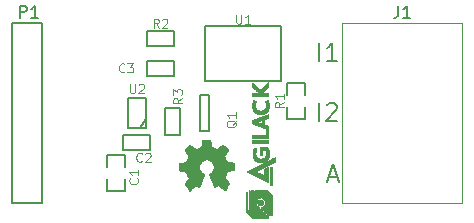
<source format=gbr>
G04 #@! TF.GenerationSoftware,KiCad,Pcbnew,5.0.2*
G04 #@! TF.CreationDate,2020-09-01T14:55:28+02:00*
G04 #@! TF.ProjectId,pmod-linky_tic,706d6f64-2d6c-4696-9e6b-795f7469632e,1*
G04 #@! TF.SameCoordinates,Original*
G04 #@! TF.FileFunction,Legend,Top*
G04 #@! TF.FilePolarity,Positive*
%FSLAX46Y46*%
G04 Gerber Fmt 4.6, Leading zero omitted, Abs format (unit mm)*
G04 Created by KiCad (PCBNEW 5.0.2) date mar. 01 sept. 2020 14:55:28 CEST*
%MOMM*%
%LPD*%
G01*
G04 APERTURE LIST*
%ADD10C,0.203200*%
%ADD11C,0.101600*%
%ADD12C,0.150000*%
%ADD13C,0.127000*%
%ADD14C,0.027940*%
%ADD15C,0.152400*%
%ADD16C,0.076200*%
G04 APERTURE END LIST*
D10*
X156257920Y-110430000D02*
X156972205Y-110430000D01*
X156115062Y-110858571D02*
X156615062Y-109358571D01*
X157115062Y-110858571D01*
X155472205Y-105678571D02*
X155472205Y-104178571D01*
X156115062Y-104321428D02*
X156186491Y-104250000D01*
X156329348Y-104178571D01*
X156686491Y-104178571D01*
X156829348Y-104250000D01*
X156900777Y-104321428D01*
X156972205Y-104464285D01*
X156972205Y-104607142D01*
X156900777Y-104821428D01*
X156043634Y-105678571D01*
X156972205Y-105678571D01*
X155472205Y-100598571D02*
X155472205Y-99098571D01*
X156972205Y-100598571D02*
X156115062Y-100598571D01*
X156543634Y-100598571D02*
X156543634Y-99098571D01*
X156400777Y-99312857D01*
X156257920Y-99455714D01*
X156115062Y-99527142D01*
D11*
G04 #@! TO.C,J1*
X167550000Y-112620000D02*
X167550000Y-97380000D01*
X157390000Y-112620000D02*
X157390000Y-97380000D01*
X167550000Y-112620000D02*
X157390000Y-112620000D01*
X157390000Y-97380000D02*
X167550000Y-97380000D01*
D12*
G04 #@! TO.C,P1*
X132000000Y-112620000D02*
X132000000Y-97380000D01*
X132000000Y-97380000D02*
X129460000Y-97380000D01*
X129460000Y-97380000D02*
X129460000Y-112620000D01*
X132000000Y-112620000D02*
X129460000Y-112620000D01*
D13*
G04 #@! TO.C,R1*
X154262000Y-104508000D02*
X154262000Y-105524000D01*
X154262000Y-105524000D02*
X152738000Y-105524000D01*
X152738000Y-105524000D02*
X152738000Y-104508000D01*
X152738000Y-103492000D02*
X152738000Y-102476000D01*
X152738000Y-102476000D02*
X154262000Y-102476000D01*
X154262000Y-102476000D02*
X154262000Y-103492000D01*
D12*
G04 #@! TO.C,U1*
X152250000Y-97700000D02*
X152250000Y-102300000D01*
X145750000Y-97700000D02*
X152250000Y-97700000D01*
X145750000Y-102300000D02*
X145750000Y-97700000D01*
X152250000Y-102300000D02*
X145750000Y-102300000D01*
D13*
G04 #@! TO.C,Q1*
X146131000Y-103476000D02*
X146131000Y-106524000D01*
X146131000Y-106524000D02*
X145369000Y-106524000D01*
X145369000Y-106524000D02*
X145369000Y-103476000D01*
X145369000Y-103476000D02*
X146131000Y-103476000D01*
G04 #@! TO.C,R2*
X143143000Y-99385000D02*
X140857000Y-99385000D01*
X140857000Y-99385000D02*
X140857000Y-98115000D01*
X140857000Y-98115000D02*
X143143000Y-98115000D01*
X143143000Y-98115000D02*
X143143000Y-99385000D01*
G04 #@! TO.C,R3*
X143635000Y-106893000D02*
X142365000Y-106893000D01*
X143635000Y-104607000D02*
X143635000Y-106893000D01*
X142365000Y-104607000D02*
X143635000Y-104607000D01*
X142365000Y-106893000D02*
X142365000Y-104607000D01*
G04 #@! TO.C,U2*
X140762000Y-105508000D02*
X140254000Y-106270000D01*
X140762000Y-103730000D02*
X140762000Y-106333500D01*
X140762000Y-106333500D02*
X139238000Y-106333500D01*
X139238000Y-106333500D02*
X139238000Y-103730000D01*
X139238000Y-103730000D02*
X140762000Y-103730000D01*
G04 #@! TO.C,C1*
X139012000Y-110588000D02*
X139012000Y-111604000D01*
X139012000Y-111604000D02*
X137488000Y-111604000D01*
X137488000Y-111604000D02*
X137488000Y-110588000D01*
X137488000Y-109572000D02*
X137488000Y-108556000D01*
X137488000Y-108556000D02*
X139012000Y-108556000D01*
X139012000Y-108556000D02*
X139012000Y-109572000D01*
G04 #@! TO.C,C2*
X138857000Y-106865000D02*
X141143000Y-106865000D01*
X141143000Y-106865000D02*
X141143000Y-108135000D01*
X141143000Y-108135000D02*
X138857000Y-108135000D01*
X138857000Y-108135000D02*
X138857000Y-106865000D01*
G04 #@! TO.C,C3*
X143143000Y-100615000D02*
X143143000Y-101885000D01*
X140857000Y-100615000D02*
X143143000Y-100615000D01*
X140857000Y-101885000D02*
X140857000Y-100615000D01*
X143143000Y-101885000D02*
X140857000Y-101885000D01*
D14*
G04 #@! TO.C,agilack-11.5*
X151688720Y-109157160D02*
X151688720Y-108776160D01*
X151663320Y-109182560D02*
X151663320Y-108801560D01*
X151637920Y-109182560D02*
X151637920Y-108801560D01*
X151612520Y-109207960D02*
X151612520Y-108826960D01*
X151587120Y-109207960D02*
X151587120Y-108826960D01*
X151561720Y-109233360D02*
X151561720Y-108852360D01*
X151536320Y-109233360D02*
X151536320Y-108852360D01*
X151510920Y-109258760D02*
X151510920Y-108877760D01*
X151485520Y-109258760D02*
X151485520Y-108877760D01*
X151485520Y-111112960D02*
X151485520Y-109639760D01*
X151460120Y-109284160D02*
X151460120Y-108903160D01*
X151460120Y-111112960D02*
X151460120Y-109639760D01*
X151460120Y-113627560D02*
X151460120Y-111976560D01*
X151434720Y-109284160D02*
X151434720Y-108903160D01*
X151434720Y-111112960D02*
X151434720Y-109639760D01*
X151434720Y-113627560D02*
X151434720Y-111951160D01*
X151409320Y-109309560D02*
X151409320Y-108928560D01*
X151409320Y-111112960D02*
X151409320Y-109639760D01*
X151409320Y-113627560D02*
X151409320Y-111925760D01*
X151383920Y-109309560D02*
X151383920Y-108928560D01*
X151383920Y-111112960D02*
X151383920Y-109639760D01*
X151383920Y-113576760D02*
X151383920Y-111900360D01*
X151358520Y-109334960D02*
X151358520Y-108953960D01*
X151358520Y-111112960D02*
X151358520Y-109639760D01*
X151358520Y-113551360D02*
X151358520Y-111874960D01*
X151333120Y-109334960D02*
X151333120Y-108979360D01*
X151333120Y-111112960D02*
X151333120Y-109639760D01*
X151333120Y-113525960D02*
X151333120Y-111849560D01*
X151307720Y-109360360D02*
X151307720Y-108979360D01*
X151307720Y-111112960D02*
X151307720Y-109639760D01*
X151307720Y-113500560D02*
X151307720Y-111824160D01*
X151282320Y-109360360D02*
X151282320Y-109004760D01*
X151282320Y-111112960D02*
X151282320Y-109639760D01*
X151282320Y-113475160D02*
X151282320Y-111798760D01*
X151256920Y-109385760D02*
X151256920Y-109004760D01*
X151256920Y-111112960D02*
X151256920Y-109639760D01*
X151256920Y-113449760D02*
X151256920Y-111773360D01*
X151256920Y-113627560D02*
X151256920Y-113602160D01*
X151231520Y-109385760D02*
X151231520Y-109030160D01*
X151231520Y-113424360D02*
X151231520Y-111747960D01*
X151231520Y-113627560D02*
X151231520Y-113576760D01*
X151206120Y-108674560D02*
X151206120Y-108242760D01*
X151206120Y-109411160D02*
X151206120Y-109030160D01*
X151206120Y-113398960D02*
X151206120Y-111722560D01*
X151206120Y-113627560D02*
X151206120Y-113551360D01*
X151180720Y-104610560D02*
X151180720Y-104178760D01*
X151180720Y-108750760D02*
X151180720Y-108166560D01*
X151180720Y-109411160D02*
X151180720Y-109055560D01*
X151180720Y-113373560D02*
X151180720Y-111697160D01*
X151180720Y-113627560D02*
X151180720Y-113525960D01*
X151155320Y-102781760D02*
X151155320Y-102426160D01*
X151155320Y-103594560D02*
X151155320Y-103340560D01*
X151155320Y-104686760D02*
X151155320Y-104077160D01*
X151155320Y-105397960D02*
X151155320Y-105118560D01*
X151155320Y-107175960D02*
X151155320Y-106134560D01*
X151155320Y-107607760D02*
X151155320Y-107353760D01*
X151155320Y-108826960D02*
X151155320Y-108090360D01*
X151155320Y-109436560D02*
X151155320Y-109055560D01*
X151155320Y-113348160D02*
X151155320Y-111671760D01*
X151155320Y-113627560D02*
X151155320Y-113500560D01*
X151129920Y-102807160D02*
X151129920Y-102451560D01*
X151129920Y-103594560D02*
X151129920Y-103340560D01*
X151129920Y-104762960D02*
X151129920Y-104000960D01*
X151129920Y-105423360D02*
X151129920Y-105143960D01*
X151129920Y-107175960D02*
X151129920Y-106134560D01*
X151129920Y-107607760D02*
X151129920Y-107353760D01*
X151129920Y-108877760D02*
X151129920Y-108039560D01*
X151129920Y-109436560D02*
X151129920Y-109080960D01*
X151129920Y-113322760D02*
X151129920Y-111646360D01*
X151129920Y-113627560D02*
X151129920Y-113475160D01*
X151129920Y-113881560D02*
X151129920Y-113805360D01*
X151104520Y-102832560D02*
X151104520Y-102476960D01*
X151104520Y-103594560D02*
X151104520Y-103340560D01*
X151104520Y-104788360D02*
X151104520Y-103924760D01*
X151104520Y-105423360D02*
X151104520Y-105143960D01*
X151104520Y-107175960D02*
X151104520Y-106109160D01*
X151104520Y-107607760D02*
X151104520Y-107353760D01*
X151104520Y-108903160D02*
X151104520Y-108014160D01*
X151104520Y-109461960D02*
X151104520Y-109080960D01*
X151104520Y-113297360D02*
X151104520Y-111620960D01*
X151104520Y-113627560D02*
X151104520Y-113449760D01*
X151104520Y-113881560D02*
X151104520Y-113779960D01*
X151079120Y-102857960D02*
X151079120Y-102502360D01*
X151079120Y-103594560D02*
X151079120Y-103340560D01*
X151079120Y-104839160D02*
X151079120Y-103924760D01*
X151079120Y-105448760D02*
X151079120Y-105143960D01*
X151079120Y-107175960D02*
X151079120Y-106109160D01*
X151079120Y-107607760D02*
X151079120Y-107353760D01*
X151079120Y-108928560D02*
X151079120Y-107963360D01*
X151079120Y-109461960D02*
X151079120Y-109106360D01*
X151079120Y-110833560D02*
X151079120Y-109639760D01*
X151079120Y-113271960D02*
X151079120Y-111595560D01*
X151079120Y-113627560D02*
X151079120Y-113424360D01*
X151079120Y-113881560D02*
X151079120Y-113754560D01*
X151053720Y-102883360D02*
X151053720Y-102527760D01*
X151053720Y-103594560D02*
X151053720Y-103340560D01*
X151053720Y-104864560D02*
X151053720Y-103950160D01*
X151053720Y-105448760D02*
X151053720Y-105169360D01*
X151053720Y-107175960D02*
X151053720Y-106109160D01*
X151053720Y-107607760D02*
X151053720Y-107353760D01*
X151053720Y-108979360D02*
X151053720Y-107937960D01*
X151053720Y-109487360D02*
X151053720Y-109106360D01*
X151053720Y-110833560D02*
X151053720Y-109639760D01*
X151053720Y-113246560D02*
X151053720Y-111570160D01*
X151053720Y-113576760D02*
X151053720Y-113398960D01*
X151053720Y-113881560D02*
X151053720Y-113729160D01*
X151028320Y-102908760D02*
X151028320Y-102527760D01*
X151028320Y-103594560D02*
X151028320Y-103340560D01*
X151028320Y-104915360D02*
X151028320Y-103950160D01*
X151028320Y-105448760D02*
X151028320Y-105169360D01*
X151028320Y-107175960D02*
X151028320Y-106083760D01*
X151028320Y-107607760D02*
X151028320Y-107353760D01*
X151028320Y-108979360D02*
X151028320Y-107912560D01*
X151028320Y-109487360D02*
X151028320Y-109131760D01*
X151028320Y-110833560D02*
X151028320Y-109639760D01*
X151028320Y-113221160D02*
X151028320Y-111570160D01*
X151028320Y-113551360D02*
X151028320Y-113373560D01*
X151028320Y-113881560D02*
X151028320Y-113703760D01*
X151002920Y-102908760D02*
X151002920Y-102553160D01*
X151002920Y-103594560D02*
X151002920Y-103340560D01*
X151002920Y-104940760D02*
X151002920Y-103950160D01*
X151002920Y-105474160D02*
X151002920Y-105169360D01*
X151002920Y-107175960D02*
X151002920Y-106083760D01*
X151002920Y-107607760D02*
X151002920Y-107353760D01*
X151002920Y-109004760D02*
X151002920Y-107912560D01*
X151002920Y-109512760D02*
X151002920Y-109131760D01*
X151002920Y-110808160D02*
X151002920Y-109665160D01*
X151002920Y-113195760D02*
X151002920Y-111570160D01*
X151002920Y-113525960D02*
X151002920Y-113348160D01*
X151002920Y-113881560D02*
X151002920Y-113703760D01*
X150977520Y-102934160D02*
X150977520Y-102578560D01*
X150977520Y-103594560D02*
X150977520Y-103340560D01*
X150977520Y-104966160D02*
X150977520Y-103975560D01*
X150977520Y-105474160D02*
X150977520Y-105194760D01*
X150977520Y-107175960D02*
X150977520Y-106083760D01*
X150977520Y-107607760D02*
X150977520Y-107353760D01*
X150977520Y-109030160D02*
X150977520Y-107912560D01*
X150977520Y-109512760D02*
X150977520Y-109157160D01*
X150977520Y-110808160D02*
X150977520Y-109665160D01*
X150977520Y-113170360D02*
X150977520Y-111570160D01*
X150977520Y-113500560D02*
X150977520Y-113322760D01*
X150977520Y-113881560D02*
X150977520Y-113703760D01*
X150952120Y-102959560D02*
X150952120Y-102603960D01*
X150952120Y-103594560D02*
X150952120Y-103340560D01*
X150952120Y-104966160D02*
X150952120Y-103975560D01*
X150952120Y-105499560D02*
X150952120Y-105194760D01*
X150952120Y-107175960D02*
X150952120Y-106058360D01*
X150952120Y-107607760D02*
X150952120Y-107353760D01*
X150952120Y-108293560D02*
X150952120Y-107912560D01*
X150952120Y-109055560D02*
X150952120Y-108572960D01*
X150952120Y-109538160D02*
X150952120Y-109157160D01*
X150952120Y-110782760D02*
X150952120Y-109690560D01*
X150952120Y-113144960D02*
X150952120Y-111570160D01*
X150952120Y-113475160D02*
X150952120Y-113297360D01*
X150952120Y-113881560D02*
X150952120Y-113703760D01*
X150926720Y-102984960D02*
X150926720Y-102629360D01*
X150926720Y-103594560D02*
X150926720Y-103340560D01*
X150926720Y-104178760D02*
X150926720Y-104000960D01*
X150926720Y-104991560D02*
X150926720Y-104508960D01*
X150926720Y-105499560D02*
X150926720Y-105194760D01*
X150926720Y-106337760D02*
X150926720Y-106058360D01*
X150926720Y-107175960D02*
X150926720Y-106921960D01*
X150926720Y-107607760D02*
X150926720Y-107353760D01*
X150926720Y-108217360D02*
X150926720Y-107912560D01*
X150926720Y-109080960D02*
X150926720Y-108649160D01*
X150926720Y-109538160D02*
X150926720Y-109182560D01*
X150926720Y-110782760D02*
X150926720Y-109690560D01*
X150926720Y-113119560D02*
X150926720Y-111570160D01*
X150926720Y-113449760D02*
X150926720Y-113271960D01*
X150926720Y-113881560D02*
X150926720Y-113703760D01*
X150901320Y-103010360D02*
X150901320Y-102654760D01*
X150901320Y-103594560D02*
X150901320Y-103340560D01*
X150901320Y-104102560D02*
X150901320Y-104000960D01*
X150901320Y-105016960D02*
X150901320Y-104585160D01*
X150901320Y-105499560D02*
X150901320Y-105220160D01*
X150901320Y-106312360D02*
X150901320Y-106032960D01*
X150901320Y-107175960D02*
X150901320Y-106921960D01*
X150901320Y-107607760D02*
X150901320Y-107353760D01*
X150901320Y-108191960D02*
X150901320Y-107912560D01*
X150901320Y-109080960D02*
X150901320Y-108699960D01*
X150901320Y-109563560D02*
X150901320Y-109182560D01*
X150901320Y-110757360D02*
X150901320Y-109715960D01*
X150901320Y-113094160D02*
X150901320Y-111570160D01*
X150901320Y-113424360D02*
X150901320Y-113246560D01*
X150901320Y-113627560D02*
X150901320Y-113576760D01*
X150901320Y-113881560D02*
X150901320Y-113703760D01*
X150875920Y-103035760D02*
X150875920Y-102680160D01*
X150875920Y-103594560D02*
X150875920Y-103340560D01*
X150875920Y-105016960D02*
X150875920Y-104635960D01*
X150875920Y-105524960D02*
X150875920Y-105220160D01*
X150875920Y-106312360D02*
X150875920Y-106032960D01*
X150875920Y-107175960D02*
X150875920Y-106921960D01*
X150875920Y-107607760D02*
X150875920Y-107353760D01*
X150875920Y-108166560D02*
X150875920Y-107912560D01*
X150875920Y-109106360D02*
X150875920Y-108725360D01*
X150875920Y-109563560D02*
X150875920Y-109207960D01*
X150875920Y-110757360D02*
X150875920Y-109715960D01*
X150875920Y-113068760D02*
X150875920Y-111570160D01*
X150875920Y-113398960D02*
X150875920Y-113221160D01*
X150875920Y-113627560D02*
X150875920Y-113551360D01*
X150875920Y-113881560D02*
X150875920Y-113703760D01*
X150850520Y-103061160D02*
X150850520Y-102705560D01*
X150850520Y-103594560D02*
X150850520Y-103340560D01*
X150850520Y-105042360D02*
X150850520Y-104661360D01*
X150850520Y-105524960D02*
X150850520Y-105245560D01*
X150850520Y-106312360D02*
X150850520Y-106032960D01*
X150850520Y-107175960D02*
X150850520Y-106921960D01*
X150850520Y-107607760D02*
X150850520Y-107353760D01*
X150850520Y-108166560D02*
X150850520Y-107912560D01*
X150850520Y-109106360D02*
X150850520Y-108750760D01*
X150850520Y-109588960D02*
X150850520Y-109207960D01*
X150850520Y-110731960D02*
X150850520Y-109741360D01*
X150850520Y-112560760D02*
X150850520Y-111570160D01*
X150850520Y-113043360D02*
X150850520Y-112662360D01*
X150850520Y-113373560D02*
X150850520Y-113195760D01*
X150850520Y-113627560D02*
X150850520Y-113525960D01*
X150850520Y-113881560D02*
X150850520Y-113703760D01*
X150825120Y-103086560D02*
X150825120Y-102730960D01*
X150825120Y-103594560D02*
X150825120Y-103340560D01*
X150825120Y-105067760D02*
X150825120Y-104686760D01*
X150825120Y-105524960D02*
X150825120Y-105245560D01*
X150825120Y-106286960D02*
X150825120Y-106007560D01*
X150825120Y-107175960D02*
X150825120Y-106921960D01*
X150825120Y-107607760D02*
X150825120Y-107353760D01*
X150825120Y-108166560D02*
X150825120Y-107912560D01*
X150825120Y-109131760D02*
X150825120Y-108776160D01*
X150825120Y-109588960D02*
X150825120Y-109233360D01*
X150825120Y-110731960D02*
X150825120Y-109741360D01*
X150825120Y-112459160D02*
X150825120Y-111570160D01*
X150825120Y-113017960D02*
X150825120Y-112738560D01*
X150825120Y-113348160D02*
X150825120Y-113170360D01*
X150825120Y-113627560D02*
X150825120Y-113500560D01*
X150825120Y-113881560D02*
X150825120Y-113703760D01*
X150799720Y-103086560D02*
X150799720Y-102756360D01*
X150799720Y-103594560D02*
X150799720Y-103340560D01*
X150799720Y-105067760D02*
X150799720Y-104712160D01*
X150799720Y-106286960D02*
X150799720Y-105245560D01*
X150799720Y-107175960D02*
X150799720Y-106921960D01*
X150799720Y-107607760D02*
X150799720Y-107353760D01*
X150799720Y-108166560D02*
X150799720Y-107912560D01*
X150799720Y-109131760D02*
X150799720Y-108801560D01*
X150799720Y-109614360D02*
X150799720Y-109233360D01*
X150799720Y-110706560D02*
X150799720Y-109766760D01*
X150799720Y-112408360D02*
X150799720Y-111570160D01*
X150799720Y-112992560D02*
X150799720Y-112814760D01*
X150799720Y-113322760D02*
X150799720Y-113144960D01*
X150799720Y-113627560D02*
X150799720Y-113475160D01*
X150799720Y-113881560D02*
X150799720Y-113703760D01*
X150774320Y-103111960D02*
X150774320Y-102756360D01*
X150774320Y-103594560D02*
X150774320Y-103340560D01*
X150774320Y-105067760D02*
X150774320Y-104737560D01*
X150774320Y-106261560D02*
X150774320Y-105270960D01*
X150774320Y-107175960D02*
X150774320Y-106921960D01*
X150774320Y-107607760D02*
X150774320Y-107353760D01*
X150774320Y-108166560D02*
X150774320Y-107912560D01*
X150774320Y-109157160D02*
X150774320Y-108826960D01*
X150774320Y-109614360D02*
X150774320Y-109258760D01*
X150774320Y-110706560D02*
X150774320Y-109766760D01*
X150774320Y-112382960D02*
X150774320Y-111570160D01*
X150774320Y-112967160D02*
X150774320Y-112840160D01*
X150774320Y-113297360D02*
X150774320Y-113119560D01*
X150774320Y-113627560D02*
X150774320Y-113449760D01*
X150774320Y-113881560D02*
X150774320Y-113703760D01*
X150748920Y-103137360D02*
X150748920Y-102781760D01*
X150748920Y-103594560D02*
X150748920Y-103340560D01*
X150748920Y-105093160D02*
X150748920Y-104762960D01*
X150748920Y-106261560D02*
X150748920Y-105270960D01*
X150748920Y-107175960D02*
X150748920Y-106921960D01*
X150748920Y-107607760D02*
X150748920Y-107353760D01*
X150748920Y-108166560D02*
X150748920Y-107912560D01*
X150748920Y-109157160D02*
X150748920Y-108826960D01*
X150748920Y-109639760D02*
X150748920Y-109258760D01*
X150748920Y-110681160D02*
X150748920Y-110300160D01*
X150748920Y-112332160D02*
X150748920Y-111570160D01*
X150748920Y-112941760D02*
X150748920Y-112865560D01*
X150748920Y-113271960D02*
X150748920Y-113094160D01*
X150748920Y-113627560D02*
X150748920Y-113424360D01*
X150748920Y-113881560D02*
X150748920Y-113703760D01*
X150723520Y-103162760D02*
X150723520Y-102807160D01*
X150723520Y-103594560D02*
X150723520Y-103340560D01*
X150723520Y-105093160D02*
X150723520Y-104788360D01*
X150723520Y-106261560D02*
X150723520Y-105270960D01*
X150723520Y-107175960D02*
X150723520Y-106921960D01*
X150723520Y-107607760D02*
X150723520Y-107353760D01*
X150723520Y-108166560D02*
X150723520Y-107912560D01*
X150723520Y-109157160D02*
X150723520Y-108852360D01*
X150723520Y-109639760D02*
X150723520Y-109284160D01*
X150723520Y-110681160D02*
X150723520Y-110300160D01*
X150723520Y-112306760D02*
X150723520Y-111570160D01*
X150723520Y-112636960D02*
X150723520Y-112586160D01*
X150723520Y-112916360D02*
X150723520Y-112890960D01*
X150723520Y-113246560D02*
X150723520Y-113068760D01*
X150723520Y-113627560D02*
X150723520Y-113398960D01*
X150723520Y-113881560D02*
X150723520Y-113703760D01*
X150698120Y-103188160D02*
X150698120Y-102832560D01*
X150698120Y-103594560D02*
X150698120Y-103340560D01*
X150698120Y-105093160D02*
X150698120Y-104788360D01*
X150698120Y-106236160D02*
X150698120Y-105296360D01*
X150698120Y-107175960D02*
X150698120Y-106921960D01*
X150698120Y-107607760D02*
X150698120Y-107353760D01*
X150698120Y-108166560D02*
X150698120Y-107912560D01*
X150698120Y-109157160D02*
X150698120Y-108877760D01*
X150698120Y-109665160D02*
X150698120Y-109284160D01*
X150698120Y-110655760D02*
X150698120Y-110274760D01*
X150698120Y-112306760D02*
X150698120Y-111570160D01*
X150698120Y-112713160D02*
X150698120Y-112484560D01*
X150698120Y-113221160D02*
X150698120Y-113043360D01*
X150698120Y-113627560D02*
X150698120Y-113398960D01*
X150698120Y-113881560D02*
X150698120Y-113703760D01*
X150672720Y-103213560D02*
X150672720Y-102857960D01*
X150672720Y-103594560D02*
X150672720Y-103340560D01*
X150672720Y-105118560D02*
X150672720Y-104813760D01*
X150672720Y-106236160D02*
X150672720Y-105296360D01*
X150672720Y-107175960D02*
X150672720Y-106921960D01*
X150672720Y-107607760D02*
X150672720Y-107353760D01*
X150672720Y-108166560D02*
X150672720Y-107912560D01*
X150672720Y-109182560D02*
X150672720Y-108877760D01*
X150672720Y-109665160D02*
X150672720Y-109309560D01*
X150672720Y-110655760D02*
X150672720Y-110274760D01*
X150672720Y-112281360D02*
X150672720Y-111570160D01*
X150672720Y-112763960D02*
X150672720Y-112459160D01*
X150672720Y-113195760D02*
X150672720Y-113017960D01*
X150672720Y-113627560D02*
X150672720Y-113373560D01*
X150672720Y-113881560D02*
X150672720Y-113703760D01*
X150647320Y-103238960D02*
X150647320Y-102883360D01*
X150647320Y-103594560D02*
X150647320Y-103340560D01*
X150647320Y-105118560D02*
X150647320Y-104813760D01*
X150647320Y-106236160D02*
X150647320Y-105321760D01*
X150647320Y-107175960D02*
X150647320Y-106921960D01*
X150647320Y-107607760D02*
X150647320Y-107353760D01*
X150647320Y-108166560D02*
X150647320Y-107912560D01*
X150647320Y-109182560D02*
X150647320Y-108877760D01*
X150647320Y-109690560D02*
X150647320Y-109309560D01*
X150647320Y-110630360D02*
X150647320Y-110249360D01*
X150647320Y-112255960D02*
X150647320Y-111570160D01*
X150647320Y-112789360D02*
X150647320Y-112408360D01*
X150647320Y-113170360D02*
X150647320Y-112992560D01*
X150647320Y-113627560D02*
X150647320Y-113348160D01*
X150647320Y-113881560D02*
X150647320Y-113703760D01*
X150621920Y-103238960D02*
X150621920Y-102908760D01*
X150621920Y-103594560D02*
X150621920Y-103340560D01*
X150621920Y-105118560D02*
X150621920Y-104813760D01*
X150621920Y-106210760D02*
X150621920Y-105321760D01*
X150621920Y-107175960D02*
X150621920Y-106921960D01*
X150621920Y-107607760D02*
X150621920Y-107353760D01*
X150621920Y-108547560D02*
X150621920Y-107912560D01*
X150621920Y-109182560D02*
X150621920Y-108903160D01*
X150621920Y-109690560D02*
X150621920Y-109334960D01*
X150621920Y-110630360D02*
X150621920Y-110249360D01*
X150621920Y-112230560D02*
X150621920Y-111570160D01*
X150621920Y-112814760D02*
X150621920Y-112408360D01*
X150621920Y-113144960D02*
X150621920Y-112992560D01*
X150621920Y-113627560D02*
X150621920Y-113322760D01*
X150621920Y-113881560D02*
X150621920Y-113703760D01*
X150596520Y-103264360D02*
X150596520Y-102934160D01*
X150596520Y-103594560D02*
X150596520Y-103340560D01*
X150596520Y-105118560D02*
X150596520Y-104839160D01*
X150596520Y-106210760D02*
X150596520Y-105321760D01*
X150596520Y-107175960D02*
X150596520Y-106921960D01*
X150596520Y-107607760D02*
X150596520Y-107353760D01*
X150596520Y-108547560D02*
X150596520Y-107912560D01*
X150596520Y-109182560D02*
X150596520Y-108903160D01*
X150596520Y-109715960D02*
X150596520Y-109334960D01*
X150596520Y-110604960D02*
X150596520Y-110223960D01*
X150596520Y-112205160D02*
X150596520Y-111570160D01*
X150596520Y-112814760D02*
X150596520Y-112382960D01*
X150596520Y-113119560D02*
X150596520Y-112992560D01*
X150596520Y-113627560D02*
X150596520Y-113297360D01*
X150596520Y-113881560D02*
X150596520Y-113703760D01*
X150571120Y-103289760D02*
X150571120Y-102959560D01*
X150571120Y-103594560D02*
X150571120Y-103340560D01*
X150571120Y-105118560D02*
X150571120Y-104839160D01*
X150571120Y-105626560D02*
X150571120Y-105347160D01*
X150571120Y-106210760D02*
X150571120Y-105931360D01*
X150571120Y-107175960D02*
X150571120Y-106921960D01*
X150571120Y-107607760D02*
X150571120Y-107353760D01*
X150571120Y-108547560D02*
X150571120Y-107912560D01*
X150571120Y-109182560D02*
X150571120Y-108903160D01*
X150571120Y-109715960D02*
X150571120Y-109360360D01*
X150571120Y-110604960D02*
X150571120Y-110223960D01*
X150571120Y-112179760D02*
X150571120Y-111570160D01*
X150571120Y-112840160D02*
X150571120Y-112382960D01*
X150571120Y-113094160D02*
X150571120Y-112992560D01*
X150571120Y-113627560D02*
X150571120Y-113271960D01*
X150571120Y-113881560D02*
X150571120Y-113703760D01*
X150545720Y-103315160D02*
X150545720Y-102984960D01*
X150545720Y-103594560D02*
X150545720Y-103340560D01*
X150545720Y-105118560D02*
X150545720Y-104839160D01*
X150545720Y-105626560D02*
X150545720Y-105347160D01*
X150545720Y-106185360D02*
X150545720Y-105931360D01*
X150545720Y-107175960D02*
X150545720Y-106921960D01*
X150545720Y-107607760D02*
X150545720Y-107353760D01*
X150545720Y-108547560D02*
X150545720Y-107912560D01*
X150545720Y-109182560D02*
X150545720Y-108903160D01*
X150545720Y-109741360D02*
X150545720Y-109360360D01*
X150545720Y-110579560D02*
X150545720Y-110198560D01*
X150545720Y-112154360D02*
X150545720Y-111570160D01*
X150545720Y-112840160D02*
X150545720Y-112357560D01*
X150545720Y-113068760D02*
X150545720Y-112992560D01*
X150545720Y-113627560D02*
X150545720Y-113246560D01*
X150545720Y-113881560D02*
X150545720Y-113703760D01*
X150520320Y-103594560D02*
X150520320Y-102984960D01*
X150520320Y-105118560D02*
X150520320Y-104839160D01*
X150520320Y-105626560D02*
X150520320Y-105347160D01*
X150520320Y-106185360D02*
X150520320Y-105905960D01*
X150520320Y-107175960D02*
X150520320Y-106921960D01*
X150520320Y-107607760D02*
X150520320Y-107353760D01*
X150520320Y-108547560D02*
X150520320Y-107912560D01*
X150520320Y-109182560D02*
X150520320Y-108903160D01*
X150520320Y-109741360D02*
X150520320Y-109385760D01*
X150520320Y-110579560D02*
X150520320Y-110198560D01*
X150520320Y-112128960D02*
X150520320Y-111570160D01*
X150520320Y-112840160D02*
X150520320Y-112357560D01*
X150520320Y-113043360D02*
X150520320Y-112992560D01*
X150520320Y-113627560D02*
X150520320Y-113221160D01*
X150520320Y-113881560D02*
X150520320Y-113703760D01*
X150494920Y-103594560D02*
X150494920Y-103010360D01*
X150494920Y-105118560D02*
X150494920Y-104839160D01*
X150494920Y-105651960D02*
X150494920Y-105372560D01*
X150494920Y-106159960D02*
X150494920Y-105905960D01*
X150494920Y-107175960D02*
X150494920Y-106921960D01*
X150494920Y-107607760D02*
X150494920Y-107353760D01*
X150494920Y-108547560D02*
X150494920Y-107912560D01*
X150494920Y-109182560D02*
X150494920Y-108903160D01*
X150494920Y-109766760D02*
X150494920Y-109385760D01*
X150494920Y-110554160D02*
X150494920Y-110198560D01*
X150494920Y-112103560D02*
X150494920Y-111570160D01*
X150494920Y-112840160D02*
X150494920Y-112357560D01*
X150494920Y-113017960D02*
X150494920Y-112992560D01*
X150494920Y-113627560D02*
X150494920Y-113195760D01*
X150494920Y-113881560D02*
X150494920Y-113703760D01*
X150469520Y-103594560D02*
X150469520Y-103035760D01*
X150469520Y-105118560D02*
X150469520Y-104839160D01*
X150469520Y-105651960D02*
X150469520Y-105372560D01*
X150469520Y-106159960D02*
X150469520Y-105905960D01*
X150469520Y-107175960D02*
X150469520Y-106921960D01*
X150469520Y-107607760D02*
X150469520Y-107353760D01*
X150469520Y-108547560D02*
X150469520Y-107912560D01*
X150469520Y-109182560D02*
X150469520Y-108903160D01*
X150469520Y-109766760D02*
X150469520Y-109411160D01*
X150469520Y-110554160D02*
X150469520Y-110173160D01*
X150469520Y-112078160D02*
X150469520Y-111570160D01*
X150469520Y-112840160D02*
X150469520Y-112357560D01*
X150469520Y-113627560D02*
X150469520Y-113170360D01*
X150469520Y-113881560D02*
X150469520Y-113703760D01*
X150444120Y-103594560D02*
X150444120Y-103061160D01*
X150444120Y-105118560D02*
X150444120Y-104839160D01*
X150444120Y-105651960D02*
X150444120Y-105372560D01*
X150444120Y-106159960D02*
X150444120Y-105880560D01*
X150444120Y-107175960D02*
X150444120Y-106921960D01*
X150444120Y-107607760D02*
X150444120Y-107353760D01*
X150444120Y-108547560D02*
X150444120Y-107912560D01*
X150444120Y-109182560D02*
X150444120Y-108903160D01*
X150444120Y-109792160D02*
X150444120Y-109411160D01*
X150444120Y-110528760D02*
X150444120Y-110173160D01*
X150444120Y-112052760D02*
X150444120Y-111570160D01*
X150444120Y-112840160D02*
X150444120Y-112357560D01*
X150444120Y-113627560D02*
X150444120Y-113144960D01*
X150444120Y-113881560D02*
X150444120Y-113703760D01*
X150418720Y-103594560D02*
X150418720Y-103061160D01*
X150418720Y-105118560D02*
X150418720Y-104839160D01*
X150418720Y-105677360D02*
X150418720Y-105397960D01*
X150418720Y-106134560D02*
X150418720Y-105880560D01*
X150418720Y-107175960D02*
X150418720Y-106921960D01*
X150418720Y-107607760D02*
X150418720Y-107353760D01*
X150418720Y-108547560D02*
X150418720Y-107912560D01*
X150418720Y-109182560D02*
X150418720Y-108903160D01*
X150418720Y-109792160D02*
X150418720Y-109436560D01*
X150418720Y-110528760D02*
X150418720Y-110147760D01*
X150418720Y-112027360D02*
X150418720Y-111570160D01*
X150418720Y-112205160D02*
X150418720Y-112179760D01*
X150418720Y-112840160D02*
X150418720Y-112357560D01*
X150418720Y-113627560D02*
X150418720Y-113119560D01*
X150418720Y-113881560D02*
X150418720Y-113703760D01*
X150393320Y-103594560D02*
X150393320Y-103035760D01*
X150393320Y-105118560D02*
X150393320Y-104839160D01*
X150393320Y-105677360D02*
X150393320Y-105397960D01*
X150393320Y-106134560D02*
X150393320Y-105880560D01*
X150393320Y-107175960D02*
X150393320Y-106921960D01*
X150393320Y-107607760D02*
X150393320Y-107353760D01*
X150393320Y-109182560D02*
X150393320Y-108903160D01*
X150393320Y-109817560D02*
X150393320Y-109436560D01*
X150393320Y-110503360D02*
X150393320Y-110147760D01*
X150393320Y-112001960D02*
X150393320Y-111570160D01*
X150393320Y-112205160D02*
X150393320Y-112154360D01*
X150393320Y-112840160D02*
X150393320Y-112357560D01*
X150393320Y-113627560D02*
X150393320Y-113094160D01*
X150393320Y-113881560D02*
X150393320Y-113703760D01*
X150367920Y-103315160D02*
X150367920Y-103010360D01*
X150367920Y-103594560D02*
X150367920Y-103340560D01*
X150367920Y-105118560D02*
X150367920Y-104839160D01*
X150367920Y-105677360D02*
X150367920Y-105423360D01*
X150367920Y-106134560D02*
X150367920Y-105855160D01*
X150367920Y-107175960D02*
X150367920Y-106921960D01*
X150367920Y-107607760D02*
X150367920Y-107353760D01*
X150367920Y-109182560D02*
X150367920Y-108903160D01*
X150367920Y-109817560D02*
X150367920Y-109461960D01*
X150367920Y-110503360D02*
X150367920Y-110122360D01*
X150367920Y-111976560D02*
X150367920Y-111570160D01*
X150367920Y-112205160D02*
X150367920Y-112128960D01*
X150367920Y-112840160D02*
X150367920Y-112382960D01*
X150367920Y-113627560D02*
X150367920Y-113068760D01*
X150367920Y-113881560D02*
X150367920Y-113703760D01*
X150342520Y-103315160D02*
X150342520Y-102984960D01*
X150342520Y-103594560D02*
X150342520Y-103340560D01*
X150342520Y-105118560D02*
X150342520Y-104839160D01*
X150342520Y-105702760D02*
X150342520Y-105423360D01*
X150342520Y-106109160D02*
X150342520Y-105855160D01*
X150342520Y-107175960D02*
X150342520Y-106921960D01*
X150342520Y-107607760D02*
X150342520Y-107353760D01*
X150342520Y-109182560D02*
X150342520Y-108877760D01*
X150342520Y-109842960D02*
X150342520Y-109461960D01*
X150342520Y-110477960D02*
X150342520Y-110122360D01*
X150342520Y-111951160D02*
X150342520Y-111570160D01*
X150342520Y-112205160D02*
X150342520Y-112103560D01*
X150342520Y-112814760D02*
X150342520Y-112382960D01*
X150342520Y-113627560D02*
X150342520Y-113043360D01*
X150342520Y-113881560D02*
X150342520Y-113703760D01*
X150317120Y-103289760D02*
X150317120Y-102959560D01*
X150317120Y-103594560D02*
X150317120Y-103340560D01*
X150317120Y-105118560D02*
X150317120Y-104813760D01*
X150317120Y-105702760D02*
X150317120Y-105423360D01*
X150317120Y-106109160D02*
X150317120Y-105855160D01*
X150317120Y-107175960D02*
X150317120Y-106921960D01*
X150317120Y-107607760D02*
X150317120Y-107353760D01*
X150317120Y-109182560D02*
X150317120Y-108877760D01*
X150317120Y-109842960D02*
X150317120Y-109487360D01*
X150317120Y-110477960D02*
X150317120Y-110096960D01*
X150317120Y-111925760D02*
X150317120Y-111570160D01*
X150317120Y-112205160D02*
X150317120Y-112052760D01*
X150317120Y-112814760D02*
X150317120Y-112382960D01*
X150317120Y-113627560D02*
X150317120Y-113017960D01*
X150317120Y-113881560D02*
X150317120Y-113703760D01*
X150291720Y-103264360D02*
X150291720Y-102934160D01*
X150291720Y-103594560D02*
X150291720Y-103340560D01*
X150291720Y-105118560D02*
X150291720Y-104813760D01*
X150291720Y-105702760D02*
X150291720Y-105448760D01*
X150291720Y-106109160D02*
X150291720Y-105829760D01*
X150291720Y-107175960D02*
X150291720Y-106921960D01*
X150291720Y-107607760D02*
X150291720Y-107353760D01*
X150291720Y-109157160D02*
X150291720Y-108877760D01*
X150291720Y-109868360D02*
X150291720Y-109487360D01*
X150291720Y-110452560D02*
X150291720Y-110096960D01*
X150291720Y-111900360D02*
X150291720Y-111570160D01*
X150291720Y-112205160D02*
X150291720Y-112027360D01*
X150291720Y-112789360D02*
X150291720Y-112408360D01*
X150291720Y-113627560D02*
X150291720Y-112992560D01*
X150291720Y-113881560D02*
X150291720Y-113703760D01*
X150266320Y-103238960D02*
X150266320Y-102908760D01*
X150266320Y-103594560D02*
X150266320Y-103340560D01*
X150266320Y-105093160D02*
X150266320Y-104788360D01*
X150266320Y-105728160D02*
X150266320Y-105448760D01*
X150266320Y-106083760D02*
X150266320Y-105829760D01*
X150266320Y-107175960D02*
X150266320Y-106921960D01*
X150266320Y-107607760D02*
X150266320Y-107353760D01*
X150266320Y-109157160D02*
X150266320Y-108852360D01*
X150266320Y-109868360D02*
X150266320Y-109512760D01*
X150266320Y-110452560D02*
X150266320Y-110071560D01*
X150266320Y-111874960D02*
X150266320Y-111570160D01*
X150266320Y-112205160D02*
X150266320Y-112001960D01*
X150266320Y-112763960D02*
X150266320Y-112433760D01*
X150266320Y-113627560D02*
X150266320Y-112967160D01*
X150266320Y-113881560D02*
X150266320Y-113703760D01*
X150240920Y-103213560D02*
X150240920Y-102883360D01*
X150240920Y-103594560D02*
X150240920Y-103340560D01*
X150240920Y-105093160D02*
X150240920Y-104788360D01*
X150240920Y-105728160D02*
X150240920Y-105448760D01*
X150240920Y-106083760D02*
X150240920Y-105829760D01*
X150240920Y-107175960D02*
X150240920Y-106921960D01*
X150240920Y-107607760D02*
X150240920Y-107353760D01*
X150240920Y-109157160D02*
X150240920Y-108852360D01*
X150240920Y-109893760D02*
X150240920Y-109538160D01*
X150240920Y-110427160D02*
X150240920Y-110071560D01*
X150240920Y-111849560D02*
X150240920Y-111570160D01*
X150240920Y-112179760D02*
X150240920Y-111976560D01*
X150240920Y-112738560D02*
X150240920Y-112459160D01*
X150240920Y-113627560D02*
X150240920Y-112941760D01*
X150240920Y-113881560D02*
X150240920Y-113703760D01*
X150215520Y-103188160D02*
X150215520Y-102857960D01*
X150215520Y-103594560D02*
X150215520Y-103340560D01*
X150215520Y-105093160D02*
X150215520Y-104762960D01*
X150215520Y-105728160D02*
X150215520Y-105474160D01*
X150215520Y-106058360D02*
X150215520Y-105804360D01*
X150215520Y-107175960D02*
X150215520Y-106921960D01*
X150215520Y-107607760D02*
X150215520Y-107353760D01*
X150215520Y-109157160D02*
X150215520Y-108826960D01*
X150215520Y-109893760D02*
X150215520Y-109538160D01*
X150215520Y-110427160D02*
X150215520Y-110046160D01*
X150215520Y-111824160D02*
X150215520Y-111570160D01*
X150215520Y-112154360D02*
X150215520Y-111951160D01*
X150215520Y-112306760D02*
X150215520Y-112281360D01*
X150215520Y-112687760D02*
X150215520Y-112509960D01*
X150215520Y-113627560D02*
X150215520Y-112916360D01*
X150215520Y-113881560D02*
X150215520Y-113703760D01*
X150190120Y-103162760D02*
X150190120Y-102832560D01*
X150190120Y-103594560D02*
X150190120Y-103340560D01*
X150190120Y-105093160D02*
X150190120Y-104762960D01*
X150190120Y-105753560D02*
X150190120Y-105474160D01*
X150190120Y-106058360D02*
X150190120Y-105804360D01*
X150190120Y-107175960D02*
X150190120Y-106921960D01*
X150190120Y-107607760D02*
X150190120Y-107353760D01*
X150190120Y-109131760D02*
X150190120Y-108801560D01*
X150190120Y-109919160D02*
X150190120Y-109563560D01*
X150190120Y-110401760D02*
X150190120Y-110046160D01*
X150190120Y-111798760D02*
X150190120Y-111570160D01*
X150190120Y-112128960D02*
X150190120Y-111925760D01*
X150190120Y-112332160D02*
X150190120Y-112281360D01*
X150190120Y-113627560D02*
X150190120Y-112890960D01*
X150190120Y-113881560D02*
X150190120Y-113703760D01*
X150164720Y-103137360D02*
X150164720Y-102807160D01*
X150164720Y-103594560D02*
X150164720Y-103340560D01*
X150164720Y-105067760D02*
X150164720Y-104737560D01*
X150164720Y-105753560D02*
X150164720Y-105474160D01*
X150164720Y-106058360D02*
X150164720Y-105804360D01*
X150164720Y-107175960D02*
X150164720Y-106921960D01*
X150164720Y-107607760D02*
X150164720Y-107353760D01*
X150164720Y-109131760D02*
X150164720Y-108776160D01*
X150164720Y-109919160D02*
X150164720Y-109563560D01*
X150164720Y-110401760D02*
X150164720Y-110046160D01*
X150164720Y-111773360D02*
X150164720Y-111570160D01*
X150164720Y-112103560D02*
X150164720Y-111900360D01*
X150164720Y-112357560D02*
X150164720Y-112255960D01*
X150164720Y-113627560D02*
X150164720Y-112865560D01*
X150164720Y-113881560D02*
X150164720Y-113703760D01*
X150139320Y-103137360D02*
X150139320Y-102781760D01*
X150139320Y-103594560D02*
X150139320Y-103340560D01*
X150139320Y-105067760D02*
X150139320Y-104712160D01*
X150139320Y-105753560D02*
X150139320Y-105499560D01*
X150139320Y-106032960D02*
X150139320Y-105778960D01*
X150139320Y-107175960D02*
X150139320Y-106921960D01*
X150139320Y-107607760D02*
X150139320Y-107353760D01*
X150139320Y-108090360D02*
X150139320Y-108064960D01*
X150139320Y-109106360D02*
X150139320Y-108750760D01*
X150139320Y-109944560D02*
X150139320Y-109588960D01*
X150139320Y-110376360D02*
X150139320Y-110020760D01*
X150139320Y-111747960D02*
X150139320Y-111570160D01*
X150139320Y-112078160D02*
X150139320Y-111874960D01*
X150139320Y-112382960D02*
X150139320Y-112230560D01*
X150139320Y-113627560D02*
X150139320Y-112814760D01*
X150139320Y-113881560D02*
X150139320Y-113703760D01*
X150113920Y-103111960D02*
X150113920Y-102756360D01*
X150113920Y-103594560D02*
X150113920Y-103340560D01*
X150113920Y-105042360D02*
X150113920Y-104686760D01*
X150113920Y-106032960D02*
X150113920Y-105499560D01*
X150113920Y-107175960D02*
X150113920Y-106921960D01*
X150113920Y-107607760D02*
X150113920Y-107353760D01*
X150113920Y-108141160D02*
X150113920Y-108039560D01*
X150113920Y-109106360D02*
X150113920Y-108699960D01*
X150113920Y-109944560D02*
X150113920Y-109588960D01*
X150113920Y-110376360D02*
X150113920Y-110020760D01*
X150113920Y-111722560D02*
X150113920Y-111570160D01*
X150113920Y-112052760D02*
X150113920Y-111849560D01*
X150113920Y-112433760D02*
X150113920Y-112205160D01*
X150113920Y-113627560D02*
X150113920Y-112789360D01*
X150113920Y-113881560D02*
X150113920Y-113703760D01*
X150088520Y-103086560D02*
X150088520Y-102730960D01*
X150088520Y-103594560D02*
X150088520Y-103340560D01*
X150088520Y-105042360D02*
X150088520Y-104635960D01*
X150088520Y-106032960D02*
X150088520Y-105524960D01*
X150088520Y-107175960D02*
X150088520Y-106921960D01*
X150088520Y-107607760D02*
X150088520Y-107353760D01*
X150088520Y-108191960D02*
X150088520Y-108039560D01*
X150088520Y-109080960D02*
X150088520Y-108674560D01*
X150088520Y-109969960D02*
X150088520Y-109614360D01*
X150088520Y-110350960D02*
X150088520Y-109995360D01*
X150088520Y-111697160D02*
X150088520Y-111570160D01*
X150088520Y-112027360D02*
X150088520Y-111824160D01*
X150088520Y-112509960D02*
X150088520Y-112179760D01*
X150088520Y-113627560D02*
X150088520Y-112713160D01*
X150088520Y-113881560D02*
X150088520Y-113703760D01*
X150063120Y-103061160D02*
X150063120Y-102730960D01*
X150063120Y-103594560D02*
X150063120Y-103340560D01*
X150063120Y-104102560D02*
X150063120Y-104026360D01*
X150063120Y-105016960D02*
X150063120Y-104585160D01*
X150063120Y-106007560D02*
X150063120Y-105524960D01*
X150063120Y-107175960D02*
X150063120Y-106921960D01*
X150063120Y-107607760D02*
X150063120Y-107353760D01*
X150063120Y-108293560D02*
X150063120Y-108014160D01*
X150063120Y-109055560D02*
X150063120Y-108598360D01*
X150063120Y-109969960D02*
X150063120Y-109614360D01*
X150063120Y-110350960D02*
X150063120Y-109995360D01*
X150063120Y-111671760D02*
X150063120Y-111570160D01*
X150063120Y-112001960D02*
X150063120Y-111798760D01*
X150063120Y-113627560D02*
X150063120Y-112154360D01*
X150063120Y-113881560D02*
X150063120Y-113703760D01*
X150037720Y-103035760D02*
X150037720Y-102705560D01*
X150037720Y-103594560D02*
X150037720Y-103340560D01*
X150037720Y-104178760D02*
X150037720Y-104000960D01*
X150037720Y-104991560D02*
X150037720Y-104534360D01*
X150037720Y-106007560D02*
X150037720Y-105524960D01*
X150037720Y-107175960D02*
X150037720Y-106921960D01*
X150037720Y-107607760D02*
X150037720Y-107353760D01*
X150037720Y-109055560D02*
X150037720Y-108014160D01*
X150037720Y-110325560D02*
X150037720Y-109639760D01*
X150037720Y-111646360D02*
X150037720Y-111570160D01*
X150037720Y-111976560D02*
X150037720Y-111773360D01*
X150037720Y-113627560D02*
X150037720Y-112128960D01*
X150037720Y-113881560D02*
X150037720Y-113703760D01*
X150012320Y-103010360D02*
X150012320Y-102680160D01*
X150012320Y-103594560D02*
X150012320Y-103340560D01*
X150012320Y-104966160D02*
X150012320Y-104000960D01*
X150012320Y-105982160D02*
X150012320Y-105550360D01*
X150012320Y-107175960D02*
X150012320Y-106921960D01*
X150012320Y-107607760D02*
X150012320Y-107353760D01*
X150012320Y-109030160D02*
X150012320Y-107988760D01*
X150012320Y-110325560D02*
X150012320Y-109639760D01*
X150012320Y-111620960D02*
X150012320Y-111570160D01*
X150012320Y-111951160D02*
X150012320Y-111747960D01*
X150012320Y-113627560D02*
X150012320Y-112103560D01*
X150012320Y-113881560D02*
X150012320Y-113703760D01*
X149986920Y-102984960D02*
X149986920Y-102654760D01*
X149986920Y-103594560D02*
X149986920Y-103340560D01*
X149986920Y-104966160D02*
X149986920Y-104000960D01*
X149986920Y-105982160D02*
X149986920Y-105550360D01*
X149986920Y-107175960D02*
X149986920Y-106921960D01*
X149986920Y-107607760D02*
X149986920Y-107353760D01*
X149986920Y-109004760D02*
X149986920Y-107963360D01*
X149986920Y-110300160D02*
X149986920Y-109665160D01*
X149986920Y-111925760D02*
X149986920Y-111722560D01*
X149986920Y-113627560D02*
X149986920Y-112078160D01*
X149986920Y-113881560D02*
X149986920Y-113703760D01*
X149961520Y-102959560D02*
X149961520Y-102629360D01*
X149961520Y-103594560D02*
X149961520Y-103340560D01*
X149961520Y-104940760D02*
X149961520Y-103975560D01*
X149961520Y-105982160D02*
X149961520Y-105550360D01*
X149961520Y-107175960D02*
X149961520Y-106921960D01*
X149961520Y-107607760D02*
X149961520Y-107353760D01*
X149961520Y-108979360D02*
X149961520Y-107963360D01*
X149961520Y-110300160D02*
X149961520Y-109665160D01*
X149961520Y-111900360D02*
X149961520Y-111697160D01*
X149961520Y-113627560D02*
X149961520Y-112052760D01*
X149961520Y-113881560D02*
X149961520Y-113703760D01*
X149936120Y-102959560D02*
X149936120Y-102603960D01*
X149936120Y-103594560D02*
X149936120Y-103340560D01*
X149936120Y-104915360D02*
X149936120Y-103975560D01*
X149936120Y-105956760D02*
X149936120Y-105575760D01*
X149936120Y-107175960D02*
X149936120Y-106921960D01*
X149936120Y-107607760D02*
X149936120Y-107353760D01*
X149936120Y-108953960D02*
X149936120Y-107963360D01*
X149936120Y-110274760D02*
X149936120Y-109690560D01*
X149936120Y-111874960D02*
X149936120Y-111671760D01*
X149936120Y-113627560D02*
X149936120Y-112027360D01*
X149936120Y-113881560D02*
X149936120Y-113703760D01*
X149910720Y-102934160D02*
X149910720Y-102578560D01*
X149910720Y-103594560D02*
X149910720Y-103340560D01*
X149910720Y-104864560D02*
X149910720Y-103950160D01*
X149910720Y-105956760D02*
X149910720Y-105575760D01*
X149910720Y-107175960D02*
X149910720Y-106921960D01*
X149910720Y-107607760D02*
X149910720Y-107353760D01*
X149910720Y-108903160D02*
X149910720Y-107988760D01*
X149910720Y-110274760D02*
X149910720Y-109690560D01*
X149910720Y-111849560D02*
X149910720Y-111646360D01*
X149910720Y-113627560D02*
X149910720Y-112001960D01*
X149910720Y-113881560D02*
X149910720Y-113703760D01*
X149885320Y-102908760D02*
X149885320Y-102553160D01*
X149885320Y-103594560D02*
X149885320Y-103340560D01*
X149885320Y-104839160D02*
X149885320Y-103950160D01*
X149885320Y-105956760D02*
X149885320Y-105601160D01*
X149885320Y-107175960D02*
X149885320Y-106921960D01*
X149885320Y-107607760D02*
X149885320Y-107353760D01*
X149885320Y-108877760D02*
X149885320Y-108039560D01*
X149885320Y-110249360D02*
X149885320Y-109715960D01*
X149885320Y-111824160D02*
X149885320Y-111620960D01*
X149885320Y-113627560D02*
X149885320Y-111976560D01*
X149885320Y-113881560D02*
X149885320Y-113703760D01*
X149859920Y-102883360D02*
X149859920Y-102527760D01*
X149859920Y-103594560D02*
X149859920Y-103340560D01*
X149859920Y-104788360D02*
X149859920Y-103950160D01*
X149859920Y-105931360D02*
X149859920Y-105601160D01*
X149859920Y-107175960D02*
X149859920Y-106921960D01*
X149859920Y-107607760D02*
X149859920Y-107353760D01*
X149859920Y-108826960D02*
X149859920Y-108090360D01*
X149859920Y-110249360D02*
X149859920Y-109715960D01*
X149859920Y-111798760D02*
X149859920Y-111570160D01*
X149859920Y-113627560D02*
X149859920Y-111951160D01*
X149859920Y-113881560D02*
X149859920Y-113690000D01*
X149834520Y-102857960D02*
X149834520Y-102502360D01*
X149834520Y-103594560D02*
X149834520Y-103340560D01*
X149834520Y-104737560D02*
X149834520Y-104000960D01*
X149834520Y-105931360D02*
X149834520Y-105601160D01*
X149834520Y-107175960D02*
X149834520Y-106921960D01*
X149834520Y-107607760D02*
X149834520Y-107353760D01*
X149834520Y-108776160D02*
X149834520Y-108166560D01*
X149834520Y-110223960D02*
X149834520Y-109741360D01*
X149834520Y-111773360D02*
X149834520Y-111570160D01*
X149834520Y-113602160D02*
X149834520Y-111925760D01*
X149834520Y-113881560D02*
X149834520Y-113670000D01*
X149809120Y-102832560D02*
X149809120Y-102476960D01*
X149809120Y-103594560D02*
X149809120Y-103340560D01*
X149809120Y-104686760D02*
X149809120Y-104051760D01*
X149809120Y-105931360D02*
X149809120Y-105626560D01*
X149809120Y-107175960D02*
X149809120Y-106921960D01*
X149809120Y-107607760D02*
X149809120Y-107353760D01*
X149809120Y-108674560D02*
X149809120Y-108242760D01*
X149809120Y-110223960D02*
X149809120Y-109741360D01*
X149809120Y-111747960D02*
X149809120Y-111570160D01*
X149809120Y-113576760D02*
X149809120Y-111900360D01*
X149809120Y-113881560D02*
X149809120Y-113652960D01*
X149783720Y-102807160D02*
X149783720Y-102451560D01*
X149783720Y-103594560D02*
X149783720Y-103340560D01*
X149783720Y-104610560D02*
X149783720Y-104153360D01*
X149783720Y-105905960D02*
X149783720Y-105626560D01*
X149783720Y-107175960D02*
X149783720Y-106921960D01*
X149783720Y-107607760D02*
X149783720Y-107353760D01*
X149783720Y-110198560D02*
X149783720Y-109766760D01*
X149783720Y-111722560D02*
X149783720Y-111570160D01*
X149783720Y-113551360D02*
X149783720Y-111874960D01*
X149783720Y-113881560D02*
X149783720Y-113630000D01*
X149758320Y-110198560D02*
X149758320Y-109766760D01*
X149758320Y-111697160D02*
X149758320Y-111570160D01*
X149758320Y-113525960D02*
X149758320Y-111849560D01*
X149758320Y-113881560D02*
X149758320Y-113600000D01*
X149732920Y-110173160D02*
X149732920Y-109792160D01*
X149732920Y-111646360D02*
X149732920Y-111570160D01*
X149732920Y-113500560D02*
X149732920Y-111824160D01*
X149732920Y-113881560D02*
X149732920Y-113576760D01*
X149707520Y-110173160D02*
X149707520Y-109792160D01*
X149707520Y-111646360D02*
X149707520Y-111570160D01*
X149707520Y-113475160D02*
X149707520Y-111798760D01*
X149707520Y-113856160D02*
X149707520Y-113551360D01*
X149682120Y-110147760D02*
X149682120Y-109817560D01*
X149682120Y-113449760D02*
X149682120Y-111773360D01*
X149682120Y-113830760D02*
X149682120Y-113525960D01*
X149656720Y-110147760D02*
X149656720Y-109817560D01*
X149656720Y-113424360D02*
X149656720Y-111747960D01*
X149656720Y-113805360D02*
X149656720Y-113500560D01*
X149631320Y-110122360D02*
X149631320Y-109842960D01*
X149631320Y-113398960D02*
X149631320Y-111722560D01*
X149631320Y-113779960D02*
X149631320Y-113475160D01*
X149605920Y-110122360D02*
X149605920Y-109842960D01*
X149605920Y-113373560D02*
X149605920Y-111697160D01*
X149605920Y-113754560D02*
X149605920Y-113449760D01*
X149580520Y-110096960D02*
X149580520Y-109868360D01*
X149580520Y-113348160D02*
X149580520Y-111671760D01*
X149580520Y-113729160D02*
X149580520Y-113424360D01*
X149555120Y-110096960D02*
X149555120Y-109868360D01*
X149555120Y-113322760D02*
X149555120Y-111646360D01*
X149555120Y-113703760D02*
X149555120Y-113398960D01*
X149529720Y-110071560D02*
X149529720Y-109893760D01*
X149529720Y-113297360D02*
X149529720Y-111620960D01*
X149529720Y-113678360D02*
X149529720Y-113373560D01*
X149504320Y-110071560D02*
X149504320Y-109893760D01*
X149504320Y-113271960D02*
X149504320Y-111570160D01*
X149504320Y-113652960D02*
X149504320Y-113348160D01*
X149478920Y-110046160D02*
X149478920Y-109919160D01*
X149478920Y-113246560D02*
X149478920Y-111570160D01*
X149478920Y-113627560D02*
X149478920Y-113322760D01*
X149453520Y-110046160D02*
X149453520Y-109919160D01*
X149453520Y-113602160D02*
X149453520Y-113297360D01*
X149428120Y-110020760D02*
X149428120Y-109944560D01*
X149428120Y-113576760D02*
X149428120Y-113271960D01*
X149402720Y-110020760D02*
X149402720Y-109944560D01*
X149402720Y-113551360D02*
X149402720Y-113246560D01*
X149377320Y-109995360D02*
X149377320Y-109969960D01*
X149377320Y-113525960D02*
X149377320Y-111722560D01*
X149351920Y-113500560D02*
X149351920Y-111722560D01*
X149326520Y-113475160D02*
X149326520Y-111722560D01*
X149301120Y-113449760D02*
X149301120Y-111722560D01*
X149275720Y-113424360D02*
X149275720Y-111722560D01*
X149250320Y-113398960D02*
X149250320Y-111722560D01*
X149224920Y-113373560D02*
X149224920Y-111722560D01*
G04 #@! TO.C,ohw_logo*
X144464900Y-111596600D02*
X144541100Y-111596600D01*
X147436700Y-111571200D02*
X147487500Y-111571200D01*
X144439500Y-111571200D02*
X144541100Y-111571200D01*
X147411300Y-111545800D02*
X147512900Y-111545800D01*
X144414100Y-111545800D02*
X144566500Y-111545800D01*
X147385900Y-111520400D02*
X147538300Y-111520400D01*
X144388700Y-111520400D02*
X144566500Y-111520400D01*
X147360500Y-111495000D02*
X147563700Y-111495000D01*
X144363300Y-111495000D02*
X144591900Y-111495000D01*
X147335100Y-111469600D02*
X147563700Y-111469600D01*
X144337900Y-111469600D02*
X144591900Y-111469600D01*
X147309700Y-111444200D02*
X147589100Y-111444200D01*
X144337900Y-111444200D02*
X144617300Y-111444200D01*
X147258900Y-111418800D02*
X147589100Y-111418800D01*
X144312500Y-111418800D02*
X144642700Y-111418800D01*
X147208100Y-111393400D02*
X147614500Y-111393400D01*
X144312500Y-111393400D02*
X144668100Y-111393400D01*
X147157300Y-111368000D02*
X147614500Y-111368000D01*
X144312500Y-111368000D02*
X144693500Y-111368000D01*
X147131900Y-111342600D02*
X147614500Y-111342600D01*
X144312500Y-111342600D02*
X144744300Y-111342600D01*
X147106500Y-111317200D02*
X147614500Y-111317200D01*
X144287100Y-111317200D02*
X144769700Y-111317200D01*
X147055700Y-111291800D02*
X147614500Y-111291800D01*
X146547700Y-111291800D02*
X146573100Y-111291800D01*
X145252300Y-111291800D02*
X145303100Y-111291800D01*
X144261700Y-111291800D02*
X144820500Y-111291800D01*
X147055700Y-111266400D02*
X147614500Y-111266400D01*
X146547700Y-111266400D02*
X146623900Y-111266400D01*
X145201500Y-111266400D02*
X145303100Y-111266400D01*
X144236300Y-111266400D02*
X144845900Y-111266400D01*
X147030300Y-111241000D02*
X147589100Y-111241000D01*
X146522300Y-111241000D02*
X146674700Y-111241000D01*
X145150700Y-111241000D02*
X145328500Y-111241000D01*
X144210900Y-111241000D02*
X144896700Y-111241000D01*
X147004900Y-111215600D02*
X147614500Y-111215600D01*
X146522300Y-111215600D02*
X146725500Y-111215600D01*
X145074500Y-111215600D02*
X145328500Y-111215600D01*
X144185500Y-111215600D02*
X144947500Y-111215600D01*
X146979500Y-111190200D02*
X147639900Y-111190200D01*
X146522300Y-111190200D02*
X146776300Y-111190200D01*
X144160100Y-111190200D02*
X145353900Y-111190200D01*
X146903300Y-111164800D02*
X147665300Y-111164800D01*
X146496900Y-111164800D02*
X146852500Y-111164800D01*
X144134700Y-111164800D02*
X145353900Y-111164800D01*
X146496900Y-111139400D02*
X147690700Y-111139400D01*
X144109300Y-111139400D02*
X145353900Y-111139400D01*
X146471500Y-111114000D02*
X147690700Y-111114000D01*
X144083900Y-111114000D02*
X145379300Y-111114000D01*
X146471500Y-111088600D02*
X147716100Y-111088600D01*
X144058500Y-111088600D02*
X145379300Y-111088600D01*
X146471500Y-111063200D02*
X147741500Y-111063200D01*
X144058500Y-111063200D02*
X145379300Y-111063200D01*
X146446100Y-111037800D02*
X147766900Y-111037800D01*
X144058500Y-111037800D02*
X145404700Y-111037800D01*
X146446100Y-111012400D02*
X147792300Y-111012400D01*
X144058500Y-111012400D02*
X145404700Y-111012400D01*
X146446100Y-110987000D02*
X147792300Y-110987000D01*
X144083900Y-110987000D02*
X145404700Y-110987000D01*
X146420700Y-110961600D02*
X147792300Y-110961600D01*
X144109300Y-110961600D02*
X145430100Y-110961600D01*
X146420700Y-110936200D02*
X147766900Y-110936200D01*
X144109300Y-110936200D02*
X145430100Y-110936200D01*
X146395300Y-110910800D02*
X147766900Y-110910800D01*
X144134700Y-110910800D02*
X145430100Y-110910800D01*
X146395300Y-110885400D02*
X147741500Y-110885400D01*
X144160100Y-110885400D02*
X145455500Y-110885400D01*
X146395300Y-110860000D02*
X147716100Y-110860000D01*
X144185500Y-110860000D02*
X145455500Y-110860000D01*
X146369900Y-110834600D02*
X147690700Y-110834600D01*
X144185500Y-110834600D02*
X145455500Y-110834600D01*
X146369900Y-110809200D02*
X147690700Y-110809200D01*
X144210900Y-110809200D02*
X145480900Y-110809200D01*
X146344500Y-110783800D02*
X147665300Y-110783800D01*
X144236300Y-110783800D02*
X145480900Y-110783800D01*
X146344500Y-110758400D02*
X147639900Y-110758400D01*
X144236300Y-110758400D02*
X145506300Y-110758400D01*
X146344500Y-110733000D02*
X147639900Y-110733000D01*
X144261700Y-110733000D02*
X145506300Y-110733000D01*
X146319100Y-110707600D02*
X147614500Y-110707600D01*
X144287100Y-110707600D02*
X145506300Y-110707600D01*
X146319100Y-110682200D02*
X147589100Y-110682200D01*
X144312500Y-110682200D02*
X145531700Y-110682200D01*
X146293700Y-110656800D02*
X147589100Y-110656800D01*
X144312500Y-110656800D02*
X145531700Y-110656800D01*
X146293700Y-110631400D02*
X147563700Y-110631400D01*
X144337900Y-110631400D02*
X145531700Y-110631400D01*
X146293700Y-110606000D02*
X147538300Y-110606000D01*
X144363300Y-110606000D02*
X145557100Y-110606000D01*
X146268300Y-110580600D02*
X147538300Y-110580600D01*
X144388700Y-110580600D02*
X145557100Y-110580600D01*
X146268300Y-110555200D02*
X147512900Y-110555200D01*
X144388700Y-110555200D02*
X145557100Y-110555200D01*
X146268300Y-110529800D02*
X147487500Y-110529800D01*
X144388700Y-110529800D02*
X145582500Y-110529800D01*
X146242900Y-110504400D02*
X147462100Y-110504400D01*
X144388700Y-110504400D02*
X145582500Y-110504400D01*
X146242900Y-110479000D02*
X147462100Y-110479000D01*
X144363300Y-110479000D02*
X145582500Y-110479000D01*
X146217500Y-110453600D02*
X147436700Y-110453600D01*
X144363300Y-110453600D02*
X145607900Y-110453600D01*
X146217500Y-110428200D02*
X147462100Y-110428200D01*
X144337900Y-110428200D02*
X145607900Y-110428200D01*
X146217500Y-110402800D02*
X147462100Y-110402800D01*
X144337900Y-110402800D02*
X145607900Y-110402800D01*
X146192100Y-110377400D02*
X147487500Y-110377400D01*
X144312500Y-110377400D02*
X145633300Y-110377400D01*
X146192100Y-110352000D02*
X147487500Y-110352000D01*
X144312500Y-110352000D02*
X145633300Y-110352000D01*
X146166700Y-110326600D02*
X147512900Y-110326600D01*
X144287100Y-110326600D02*
X145658700Y-110326600D01*
X146166700Y-110301200D02*
X147512900Y-110301200D01*
X144287100Y-110301200D02*
X145658700Y-110301200D01*
X146166700Y-110275800D02*
X147512900Y-110275800D01*
X144261700Y-110275800D02*
X145658700Y-110275800D01*
X146141300Y-110250400D02*
X147538300Y-110250400D01*
X144261700Y-110250400D02*
X145684100Y-110250400D01*
X146141300Y-110225000D02*
X147538300Y-110225000D01*
X144261700Y-110225000D02*
X145684100Y-110225000D01*
X146141300Y-110199600D02*
X147563700Y-110199600D01*
X144236300Y-110199600D02*
X145684100Y-110199600D01*
X146141300Y-110174200D02*
X147563700Y-110174200D01*
X144236300Y-110174200D02*
X145658700Y-110174200D01*
X146192100Y-110148800D02*
X147563700Y-110148800D01*
X144236300Y-110148800D02*
X145607900Y-110148800D01*
X146242900Y-110123400D02*
X147589100Y-110123400D01*
X144210900Y-110123400D02*
X145557100Y-110123400D01*
X146268300Y-110098000D02*
X147589100Y-110098000D01*
X144210900Y-110098000D02*
X145531700Y-110098000D01*
X146293700Y-110072600D02*
X147589100Y-110072600D01*
X144210900Y-110072600D02*
X145506300Y-110072600D01*
X146344500Y-110047200D02*
X147589100Y-110047200D01*
X144210900Y-110047200D02*
X145455500Y-110047200D01*
X146369900Y-110021800D02*
X147614500Y-110021800D01*
X144185500Y-110021800D02*
X145455500Y-110021800D01*
X146369900Y-109996400D02*
X147614500Y-109996400D01*
X144083900Y-109996400D02*
X145430100Y-109996400D01*
X146395300Y-109971000D02*
X147614500Y-109971000D01*
X143956900Y-109971000D02*
X145404700Y-109971000D01*
X146420700Y-109945600D02*
X147716100Y-109945600D01*
X143804500Y-109945600D02*
X145379300Y-109945600D01*
X146446100Y-109920200D02*
X147893900Y-109920200D01*
X143677500Y-109920200D02*
X145379300Y-109920200D01*
X146446100Y-109894800D02*
X148046300Y-109894800D01*
X143575900Y-109894800D02*
X145353900Y-109894800D01*
X146471500Y-109869400D02*
X148198700Y-109869400D01*
X143575900Y-109869400D02*
X145328500Y-109869400D01*
X146471500Y-109844000D02*
X148224100Y-109844000D01*
X143575900Y-109844000D02*
X145328500Y-109844000D01*
X146496900Y-109818600D02*
X148224100Y-109818600D01*
X143575900Y-109818600D02*
X145328500Y-109818600D01*
X146496900Y-109793200D02*
X148224100Y-109793200D01*
X143575900Y-109793200D02*
X145303100Y-109793200D01*
X146496900Y-109767800D02*
X148249500Y-109767800D01*
X143575900Y-109767800D02*
X145303100Y-109767800D01*
X146522300Y-109742400D02*
X148249500Y-109742400D01*
X143550500Y-109742400D02*
X145303100Y-109742400D01*
X146522300Y-109717000D02*
X148249500Y-109717000D01*
X143550500Y-109717000D02*
X145277700Y-109717000D01*
X146522300Y-109691600D02*
X148249500Y-109691600D01*
X143550500Y-109691600D02*
X145277700Y-109691600D01*
X146522300Y-109666200D02*
X148249500Y-109666200D01*
X143550500Y-109666200D02*
X145277700Y-109666200D01*
X146522300Y-109640800D02*
X148249500Y-109640800D01*
X143550500Y-109640800D02*
X145277700Y-109640800D01*
X146522300Y-109615400D02*
X148249500Y-109615400D01*
X143550500Y-109615400D02*
X145277700Y-109615400D01*
X146522300Y-109590000D02*
X148249500Y-109590000D01*
X143550500Y-109590000D02*
X145277700Y-109590000D01*
X146522300Y-109564600D02*
X148249500Y-109564600D01*
X143550500Y-109564600D02*
X145277700Y-109564600D01*
X146522300Y-109539200D02*
X148249500Y-109539200D01*
X143550500Y-109539200D02*
X145277700Y-109539200D01*
X146522300Y-109513800D02*
X148249500Y-109513800D01*
X143575900Y-109513800D02*
X145277700Y-109513800D01*
X146522300Y-109488400D02*
X148224100Y-109488400D01*
X143575900Y-109488400D02*
X145277700Y-109488400D01*
X146522300Y-109463000D02*
X148224100Y-109463000D01*
X143575900Y-109463000D02*
X145303100Y-109463000D01*
X146496900Y-109437600D02*
X148224100Y-109437600D01*
X143575900Y-109437600D02*
X145303100Y-109437600D01*
X146496900Y-109412200D02*
X148224100Y-109412200D01*
X143575900Y-109412200D02*
X145303100Y-109412200D01*
X146496900Y-109386800D02*
X148224100Y-109386800D01*
X143575900Y-109386800D02*
X145303100Y-109386800D01*
X146471500Y-109361400D02*
X148224100Y-109361400D01*
X143575900Y-109361400D02*
X145328500Y-109361400D01*
X146471500Y-109336000D02*
X148224100Y-109336000D01*
X143575900Y-109336000D02*
X145328500Y-109336000D01*
X146446100Y-109310600D02*
X148224100Y-109310600D01*
X143575900Y-109310600D02*
X145353900Y-109310600D01*
X146446100Y-109285200D02*
X148224100Y-109285200D01*
X143601300Y-109285200D02*
X145353900Y-109285200D01*
X146420700Y-109259800D02*
X148198700Y-109259800D01*
X143728300Y-109259800D02*
X145379300Y-109259800D01*
X146395300Y-109234400D02*
X148198700Y-109234400D01*
X143880700Y-109234400D02*
X145404700Y-109234400D01*
X146395300Y-109209000D02*
X148097100Y-109209000D01*
X144033100Y-109209000D02*
X145404700Y-109209000D01*
X146369900Y-109183600D02*
X147944700Y-109183600D01*
X144185500Y-109183600D02*
X145430100Y-109183600D01*
X146344500Y-109158200D02*
X147817700Y-109158200D01*
X144210900Y-109158200D02*
X145455500Y-109158200D01*
X146319100Y-109132800D02*
X147665300Y-109132800D01*
X144210900Y-109132800D02*
X145480900Y-109132800D01*
X146293700Y-109107400D02*
X147589100Y-109107400D01*
X144210900Y-109107400D02*
X145506300Y-109107400D01*
X146242900Y-109082000D02*
X147563700Y-109082000D01*
X144236300Y-109082000D02*
X145557100Y-109082000D01*
X146217500Y-109056600D02*
X147563700Y-109056600D01*
X144236300Y-109056600D02*
X145582500Y-109056600D01*
X146166700Y-109031200D02*
X147563700Y-109031200D01*
X144236300Y-109031200D02*
X145633300Y-109031200D01*
X146090500Y-109005800D02*
X147538300Y-109005800D01*
X144261700Y-109005800D02*
X145709500Y-109005800D01*
X146014300Y-108980400D02*
X147538300Y-108980400D01*
X144261700Y-108980400D02*
X145785700Y-108980400D01*
X144261700Y-108955000D02*
X147512900Y-108955000D01*
X144287100Y-108929600D02*
X147512900Y-108929600D01*
X144287100Y-108904200D02*
X147512900Y-108904200D01*
X144312500Y-108878800D02*
X147487500Y-108878800D01*
X144312500Y-108853400D02*
X147487500Y-108853400D01*
X144337900Y-108828000D02*
X147462100Y-108828000D01*
X144337900Y-108802600D02*
X147462100Y-108802600D01*
X144363300Y-108777200D02*
X147436700Y-108777200D01*
X144363300Y-108751800D02*
X147436700Y-108751800D01*
X144388700Y-108726400D02*
X147411300Y-108726400D01*
X144388700Y-108701000D02*
X147385900Y-108701000D01*
X144388700Y-108675600D02*
X147385900Y-108675600D01*
X144363300Y-108650200D02*
X147411300Y-108650200D01*
X144363300Y-108624800D02*
X147411300Y-108624800D01*
X144337900Y-108599400D02*
X147436700Y-108599400D01*
X144312500Y-108574000D02*
X147462100Y-108574000D01*
X144312500Y-108548600D02*
X147487500Y-108548600D01*
X144287100Y-108523200D02*
X147487500Y-108523200D01*
X144261700Y-108497800D02*
X147512900Y-108497800D01*
X144261700Y-108472400D02*
X147538300Y-108472400D01*
X144236300Y-108447000D02*
X147563700Y-108447000D01*
X144210900Y-108421600D02*
X147563700Y-108421600D01*
X144210900Y-108396200D02*
X147589100Y-108396200D01*
X144185500Y-108370800D02*
X147614500Y-108370800D01*
X144160100Y-108345400D02*
X147614500Y-108345400D01*
X144134700Y-108320000D02*
X147639900Y-108320000D01*
X144134700Y-108294600D02*
X147665300Y-108294600D01*
X144109300Y-108269200D02*
X147690700Y-108269200D01*
X144083900Y-108243800D02*
X147690700Y-108243800D01*
X144083900Y-108218400D02*
X147716100Y-108218400D01*
X144058500Y-108193000D02*
X147716100Y-108193000D01*
X144058500Y-108167600D02*
X147716100Y-108167600D01*
X144083900Y-108142200D02*
X147716100Y-108142200D01*
X144083900Y-108116800D02*
X147690700Y-108116800D01*
X145023700Y-108091400D02*
X147690700Y-108091400D01*
X144109300Y-108091400D02*
X144998300Y-108091400D01*
X146776300Y-108066000D02*
X147665300Y-108066000D01*
X145074500Y-108066000D02*
X146725500Y-108066000D01*
X144134700Y-108066000D02*
X144972900Y-108066000D01*
X146827100Y-108040600D02*
X147639900Y-108040600D01*
X145125300Y-108040600D02*
X146674700Y-108040600D01*
X144160100Y-108040600D02*
X144922100Y-108040600D01*
X146852500Y-108015200D02*
X147614500Y-108015200D01*
X145176100Y-108015200D02*
X146623900Y-108015200D01*
X144185500Y-108015200D02*
X144896700Y-108015200D01*
X146877900Y-107989800D02*
X147589100Y-107989800D01*
X145226900Y-107989800D02*
X146547700Y-107989800D01*
X144210900Y-107989800D02*
X144871300Y-107989800D01*
X146928700Y-107964400D02*
X147563700Y-107964400D01*
X145303100Y-107964400D02*
X146496900Y-107964400D01*
X144236300Y-107964400D02*
X144820500Y-107964400D01*
X146954100Y-107939000D02*
X147538300Y-107939000D01*
X145379300Y-107939000D02*
X146420700Y-107939000D01*
X144261700Y-107939000D02*
X144795100Y-107939000D01*
X147004900Y-107913600D02*
X147512900Y-107913600D01*
X145455500Y-107913600D02*
X146319100Y-107913600D01*
X144287100Y-107913600D02*
X144744300Y-107913600D01*
X147030300Y-107888200D02*
X147487500Y-107888200D01*
X145480900Y-107888200D02*
X146319100Y-107888200D01*
X144312500Y-107888200D02*
X144718900Y-107888200D01*
X147081100Y-107862800D02*
X147462100Y-107862800D01*
X145480900Y-107862800D02*
X146319100Y-107862800D01*
X144337900Y-107862800D02*
X144693500Y-107862800D01*
X147106500Y-107837400D02*
X147436700Y-107837400D01*
X145480900Y-107837400D02*
X146319100Y-107837400D01*
X144363300Y-107837400D02*
X144642700Y-107837400D01*
X147157300Y-107812000D02*
X147385900Y-107812000D01*
X145480900Y-107812000D02*
X146293700Y-107812000D01*
X144414100Y-107812000D02*
X144617300Y-107812000D01*
X147182700Y-107786600D02*
X147360500Y-107786600D01*
X145480900Y-107786600D02*
X146293700Y-107786600D01*
X144439500Y-107786600D02*
X144566500Y-107786600D01*
X147233500Y-107761200D02*
X147335100Y-107761200D01*
X145506300Y-107761200D02*
X146293700Y-107761200D01*
X144464900Y-107761200D02*
X144541100Y-107761200D01*
X145506300Y-107735800D02*
X146293700Y-107735800D01*
X145506300Y-107710400D02*
X146293700Y-107710400D01*
X145506300Y-107685000D02*
X146293700Y-107685000D01*
X145506300Y-107659600D02*
X146293700Y-107659600D01*
X145506300Y-107634200D02*
X146268300Y-107634200D01*
X145531700Y-107608800D02*
X146268300Y-107608800D01*
X145531700Y-107583400D02*
X146268300Y-107583400D01*
X145531700Y-107558000D02*
X146268300Y-107558000D01*
X145531700Y-107532600D02*
X146268300Y-107532600D01*
X145531700Y-107507200D02*
X146268300Y-107507200D01*
X145557100Y-107481800D02*
X146242900Y-107481800D01*
X145557100Y-107456400D02*
X146242900Y-107456400D01*
X145557100Y-107431000D02*
X146242900Y-107431000D01*
X145557100Y-107405600D02*
X146242900Y-107405600D01*
X145557100Y-107380200D02*
X146242900Y-107380200D01*
X145557100Y-107354800D02*
X146242900Y-107354800D01*
X145582500Y-107329400D02*
X146217500Y-107329400D01*
X145582500Y-107304000D02*
X146217500Y-107304000D01*
X145734900Y-107278600D02*
X145988900Y-107278600D01*
G04 #@! TO.C,J1*
D15*
X162136666Y-95972380D02*
X162136666Y-96686666D01*
X162089047Y-96829523D01*
X161993809Y-96924761D01*
X161850952Y-96972380D01*
X161755714Y-96972380D01*
X163136666Y-96972380D02*
X162565238Y-96972380D01*
X162850952Y-96972380D02*
X162850952Y-95972380D01*
X162755714Y-96115238D01*
X162660476Y-96210476D01*
X162565238Y-96258095D01*
G04 #@! TO.C,P1*
D12*
X130111904Y-96952380D02*
X130111904Y-95952380D01*
X130492857Y-95952380D01*
X130588095Y-96000000D01*
X130635714Y-96047619D01*
X130683333Y-96142857D01*
X130683333Y-96285714D01*
X130635714Y-96380952D01*
X130588095Y-96428571D01*
X130492857Y-96476190D01*
X130111904Y-96476190D01*
X131635714Y-96952380D02*
X131064285Y-96952380D01*
X131350000Y-96952380D02*
X131350000Y-95952380D01*
X131254761Y-96095238D01*
X131159523Y-96190476D01*
X131064285Y-96238095D01*
G04 #@! TO.C,R1*
D11*
X152444714Y-104127000D02*
X152081857Y-104381000D01*
X152444714Y-104562428D02*
X151682714Y-104562428D01*
X151682714Y-104272142D01*
X151719000Y-104199571D01*
X151755285Y-104163285D01*
X151827857Y-104127000D01*
X151936714Y-104127000D01*
X152009285Y-104163285D01*
X152045571Y-104199571D01*
X152081857Y-104272142D01*
X152081857Y-104562428D01*
X152444714Y-103401285D02*
X152444714Y-103836714D01*
X152444714Y-103619000D02*
X151682714Y-103619000D01*
X151791571Y-103691571D01*
X151864142Y-103764142D01*
X151900428Y-103836714D01*
G04 #@! TO.C,U1*
X148419428Y-96712714D02*
X148419428Y-97329571D01*
X148455714Y-97402142D01*
X148492000Y-97438428D01*
X148564571Y-97474714D01*
X148709714Y-97474714D01*
X148782285Y-97438428D01*
X148818571Y-97402142D01*
X148854857Y-97329571D01*
X148854857Y-96712714D01*
X149616857Y-97474714D02*
X149181428Y-97474714D01*
X149399142Y-97474714D02*
X149399142Y-96712714D01*
X149326571Y-96821571D01*
X149254000Y-96894142D01*
X149181428Y-96930428D01*
G04 #@! TO.C,Q1*
X148447285Y-105672571D02*
X148411000Y-105745142D01*
X148338428Y-105817714D01*
X148229571Y-105926571D01*
X148193285Y-105999142D01*
X148193285Y-106071714D01*
X148374714Y-106035428D02*
X148338428Y-106108000D01*
X148265857Y-106180571D01*
X148120714Y-106216857D01*
X147866714Y-106216857D01*
X147721571Y-106180571D01*
X147649000Y-106108000D01*
X147612714Y-106035428D01*
X147612714Y-105890285D01*
X147649000Y-105817714D01*
X147721571Y-105745142D01*
X147866714Y-105708857D01*
X148120714Y-105708857D01*
X148265857Y-105745142D01*
X148338428Y-105817714D01*
X148374714Y-105890285D01*
X148374714Y-106035428D01*
X148374714Y-104983142D02*
X148374714Y-105418571D01*
X148374714Y-105200857D02*
X147612714Y-105200857D01*
X147721571Y-105273428D01*
X147794142Y-105346000D01*
X147830428Y-105418571D01*
G04 #@! TO.C,R2*
X141873000Y-97814714D02*
X141619000Y-97451857D01*
X141437571Y-97814714D02*
X141437571Y-97052714D01*
X141727857Y-97052714D01*
X141800428Y-97089000D01*
X141836714Y-97125285D01*
X141873000Y-97197857D01*
X141873000Y-97306714D01*
X141836714Y-97379285D01*
X141800428Y-97415571D01*
X141727857Y-97451857D01*
X141437571Y-97451857D01*
X142163285Y-97125285D02*
X142199571Y-97089000D01*
X142272142Y-97052714D01*
X142453571Y-97052714D01*
X142526142Y-97089000D01*
X142562428Y-97125285D01*
X142598714Y-97197857D01*
X142598714Y-97270428D01*
X142562428Y-97379285D01*
X142127000Y-97814714D01*
X142598714Y-97814714D01*
G04 #@! TO.C,R3*
X143854714Y-103747000D02*
X143491857Y-104001000D01*
X143854714Y-104182428D02*
X143092714Y-104182428D01*
X143092714Y-103892142D01*
X143129000Y-103819571D01*
X143165285Y-103783285D01*
X143237857Y-103747000D01*
X143346714Y-103747000D01*
X143419285Y-103783285D01*
X143455571Y-103819571D01*
X143491857Y-103892142D01*
X143491857Y-104182428D01*
X143092714Y-103493000D02*
X143092714Y-103021285D01*
X143383000Y-103275285D01*
X143383000Y-103166428D01*
X143419285Y-103093857D01*
X143455571Y-103057571D01*
X143528142Y-103021285D01*
X143709571Y-103021285D01*
X143782142Y-103057571D01*
X143818428Y-103093857D01*
X143854714Y-103166428D01*
X143854714Y-103384142D01*
X143818428Y-103456714D01*
X143782142Y-103493000D01*
G04 #@! TO.C,U2*
D16*
X139419428Y-102583734D02*
X139419428Y-103200591D01*
X139455714Y-103273162D01*
X139492000Y-103309448D01*
X139564571Y-103345734D01*
X139709714Y-103345734D01*
X139782285Y-103309448D01*
X139818571Y-103273162D01*
X139854857Y-103200591D01*
X139854857Y-102583734D01*
X140181428Y-102656305D02*
X140217714Y-102620020D01*
X140290285Y-102583734D01*
X140471714Y-102583734D01*
X140544285Y-102620020D01*
X140580571Y-102656305D01*
X140616857Y-102728877D01*
X140616857Y-102801448D01*
X140580571Y-102910305D01*
X140145142Y-103345734D01*
X140616857Y-103345734D01*
G04 #@! TO.C,C1*
D11*
X140052142Y-110567000D02*
X140088428Y-110603285D01*
X140124714Y-110712142D01*
X140124714Y-110784714D01*
X140088428Y-110893571D01*
X140015857Y-110966142D01*
X139943285Y-111002428D01*
X139798142Y-111038714D01*
X139689285Y-111038714D01*
X139544142Y-111002428D01*
X139471571Y-110966142D01*
X139399000Y-110893571D01*
X139362714Y-110784714D01*
X139362714Y-110712142D01*
X139399000Y-110603285D01*
X139435285Y-110567000D01*
X140124714Y-109841285D02*
X140124714Y-110276714D01*
X140124714Y-110059000D02*
X139362714Y-110059000D01*
X139471571Y-110131571D01*
X139544142Y-110204142D01*
X139580428Y-110276714D01*
G04 #@! TO.C,C2*
X140453000Y-109102142D02*
X140416714Y-109138428D01*
X140307857Y-109174714D01*
X140235285Y-109174714D01*
X140126428Y-109138428D01*
X140053857Y-109065857D01*
X140017571Y-108993285D01*
X139981285Y-108848142D01*
X139981285Y-108739285D01*
X140017571Y-108594142D01*
X140053857Y-108521571D01*
X140126428Y-108449000D01*
X140235285Y-108412714D01*
X140307857Y-108412714D01*
X140416714Y-108449000D01*
X140453000Y-108485285D01*
X140743285Y-108485285D02*
X140779571Y-108449000D01*
X140852142Y-108412714D01*
X141033571Y-108412714D01*
X141106142Y-108449000D01*
X141142428Y-108485285D01*
X141178714Y-108557857D01*
X141178714Y-108630428D01*
X141142428Y-108739285D01*
X140707000Y-109174714D01*
X141178714Y-109174714D01*
G04 #@! TO.C,C3*
X138963000Y-101522142D02*
X138926714Y-101558428D01*
X138817857Y-101594714D01*
X138745285Y-101594714D01*
X138636428Y-101558428D01*
X138563857Y-101485857D01*
X138527571Y-101413285D01*
X138491285Y-101268142D01*
X138491285Y-101159285D01*
X138527571Y-101014142D01*
X138563857Y-100941571D01*
X138636428Y-100869000D01*
X138745285Y-100832714D01*
X138817857Y-100832714D01*
X138926714Y-100869000D01*
X138963000Y-100905285D01*
X139217000Y-100832714D02*
X139688714Y-100832714D01*
X139434714Y-101123000D01*
X139543571Y-101123000D01*
X139616142Y-101159285D01*
X139652428Y-101195571D01*
X139688714Y-101268142D01*
X139688714Y-101449571D01*
X139652428Y-101522142D01*
X139616142Y-101558428D01*
X139543571Y-101594714D01*
X139325857Y-101594714D01*
X139253285Y-101558428D01*
X139217000Y-101522142D01*
G04 #@! TD*
M02*

</source>
